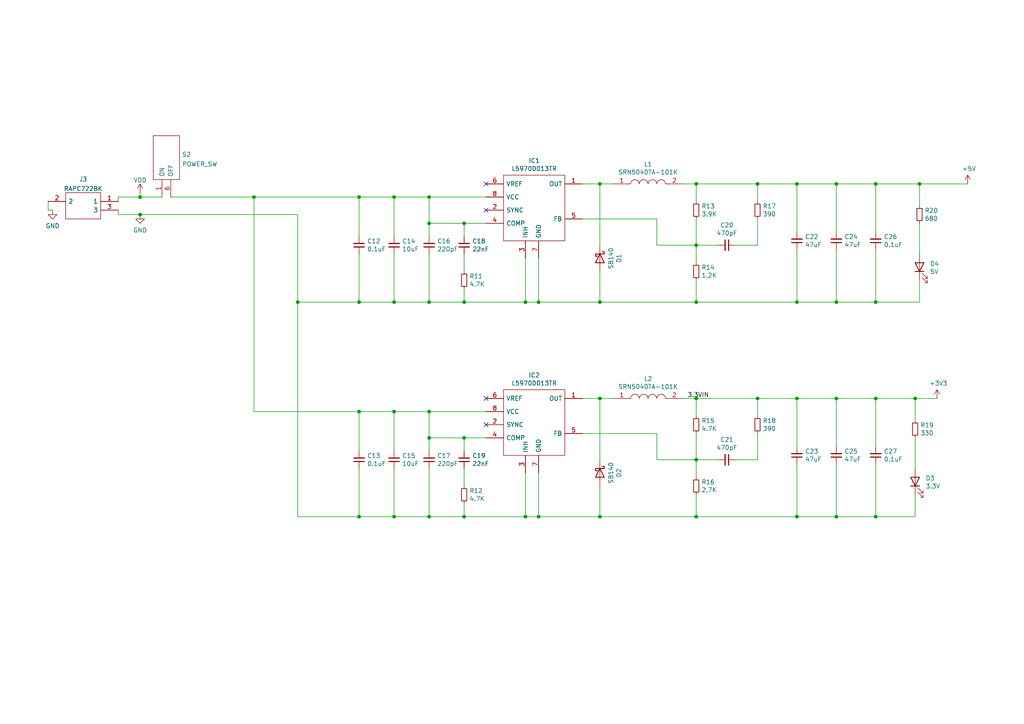
<source format=kicad_sch>
(kicad_sch (version 20230121) (generator eeschema)
  (paper "A4")
  (lib_symbols
    (symbol "Device:C_Small" (pin_numbers hide) (pin_names (offset 0.254) hide)
      (property "Reference" "C" (at 0.254 1.778 0))
      (property "Value" "C_Small" (at 0.254 -2.032 0))
      (symbol "C_Small_0_1"
        (polyline (pts (xy -1.524 -0.508) (xy 1.524 -0.508)) (stroke (width 0.3302)))
        (polyline (pts (xy -1.524 0.508) (xy 1.524 0.508)) (stroke (width 0.3048)))
      )
      (symbol "C_Small_1_1"
        (pin passive line (at 0 2.54 270) (length 2.032) (name "~") (number "1"))
        (pin passive line (at 0 -2.54 90) (length 2.032) (name "~") (number "2"))
      )
    )
    (symbol "Device:LED" (pin_numbers hide) (pin_names (offset 1.016) hide)
      (property "Reference" "D" (at 0 2.54 0))
      (property "Value" "LED" (at 0 -2.54 0))
      (symbol "LED_0_1"
        (polyline (pts (xy -1.27 -1.27) (xy -1.27 1.27)) (stroke (width 0.254)))
        (polyline (pts (xy -1.27 0) (xy 1.27 0)))
        (polyline (pts (xy 1.27 -1.27) (xy 1.27 1.27) (xy -1.27 0) (xy 1.27 -1.27)) (stroke (width 0.254)))
        (polyline (pts (xy -3.048 -0.762) (xy -4.572 -2.286) (xy -3.81 -2.286) (xy -4.572 -2.286) (xy -4.572 -1.524)))
        (polyline (pts (xy -1.778 -0.762) (xy -3.302 -2.286) (xy -2.54 -2.286) (xy -3.302 -2.286) (xy -3.302 -1.524)))
      )
      (symbol "LED_1_1"
        (pin passive line (at -3.81 0 0) (length 2.54) (name "K") (number "1"))
        (pin passive line (at 3.81 0 180) (length 2.54) (name "A") (number "2"))
      )
    )
    (symbol "Device:R_Small" (pin_numbers hide) (pin_names (offset 0.254) hide)
      (property "Reference" "R" (at 0.762 0.508 0))
      (property "Value" "R_Small" (at 0.762 -1.016 0))
      (symbol "R_Small_0_1"
        (rectangle (start -0.762 1.778) (end 0.762 -1.778) (stroke (width 0.2032)))
      )
      (symbol "R_Small_1_1"
        (pin passive line (at 0 2.54 270) (length 0.762) (name "~") (number "1"))
        (pin passive line (at 0 -2.54 90) (length 0.762) (name "~") (number "2"))
      )
    )
    (symbol "Diode:SB140" (pin_numbers hide) (pin_names (offset 1.016) hide)
      (property "Reference" "D" (at 0 2.54 0))
      (property "Value" "SB140" (at 0 -2.54 0))
      (symbol "SB140_0_1"
        (polyline (pts (xy 1.27 0) (xy -1.27 0)))
        (polyline (pts (xy 1.27 1.27) (xy 1.27 -1.27) (xy -1.27 0) (xy 1.27 1.27)) (stroke (width 0.254)))
        (polyline (pts (xy -1.905 0.635) (xy -1.905 1.27) (xy -1.27 1.27) (xy -1.27 -1.27) (xy -0.635 -1.27) (xy -0.635 -0.635)) (stroke (width 0.254)))
      )
      (symbol "SB140_1_1"
        (pin passive line (at -3.81 0 0) (length 2.54) (name "K") (number "1"))
        (pin passive line (at 3.81 0 180) (length 2.54) (name "A") (number "2"))
      )
    )
    (symbol "custom:GPTS203212B" (pin_names (offset 0.762))
      (property "Reference" "S" (at 19.05 7.62 0))
      (property "Value" "GPTS203212B" (at 19.05 5.08 0))
      (symbol "GPTS203212B_0_0"
        (pin passive line (at 0 0 0) (length 5.08) (name "ON") (number "1"))
        (pin passive line (at 0 -2.54 0) (length 5.08) (name "OFF") (number "6"))
      )
      (symbol "GPTS203212B_0_1"
        (polyline (pts (xy 5.08 2.54) (xy 17.78 2.54) (xy 17.78 -5.08) (xy 5.08 -5.08) (xy 5.08 2.54)) (stroke (width 0.1524)))
      )
    )
    (symbol "custom:L5970D013TR" (pin_names (offset 0.762))
      (property "Reference" "IC" (at 24.13 7.62 0))
      (property "Value" "L5970D013TR" (at 24.13 5.08 0))
      (symbol "L5970D013TR_0_0"
        (pin output line (at 27.94 2.54 180) (length 5.08) (name "OUT") (number "1"))
        (pin input line (at 0 -5.08 0) (length 5.08) (name "SYNC") (number "2"))
        (pin input line (at 11.43 -19.05 90) (length 5.08) (name "INH") (number "3"))
        (pin output line (at 0 -8.89 0) (length 5.08) (name "COMP") (number "4"))
        (pin input line (at 27.94 -7.62 180) (length 5.08) (name "FB") (number "5"))
        (pin power_in line (at 0 2.54 0) (length 5.08) (name "VREF") (number "6"))
        (pin power_in line (at 15.24 -19.05 90) (length 5.08) (name "GND") (number "7"))
        (pin power_in line (at 0 -1.27 0) (length 5.08) (name "VCC") (number "8"))
      )
      (symbol "L5970D013TR_0_1"
        (polyline (pts (xy 5.08 5.08) (xy 22.86 5.08) (xy 22.86 -13.97) (xy 5.08 -13.97) (xy 5.08 2.54)) (stroke (width 0.1524)))
        (rectangle (start 5.08 5.08) (end 5.08 2.54))
      )
    )
    (symbol "custom:RAPC722BK" (pin_names (offset 0.762))
      (property "Reference" "J" (at 16.51 7.62 0))
      (property "Value" "RAPC722BK" (at 16.51 5.08 0))
      (symbol "RAPC722BK_0_0"
        (pin passive line (at 0 0 0) (length 5.08) (name "1") (number "1"))
        (pin passive line (at 20.32 0 180) (length 5.08) (name "2") (number "2"))
        (pin passive line (at 0 -2.54 0) (length 5.08) (name "3") (number "3"))
      )
      (symbol "RAPC722BK_0_1"
        (polyline (pts (xy 5.08 2.54) (xy 15.24 2.54) (xy 15.24 -5.08) (xy 5.08 -5.08) (xy 5.08 2.54)) (stroke (width 0.1524)))
      )
    )
    (symbol "custom:SRN5040TA-101K" (pin_names (offset 0.762))
      (property "Reference" "L" (at 16.51 6.35 0))
      (property "Value" "SRN5040TA-101K" (at 16.51 3.81 0))
      (symbol "SRN5040TA-101K_0_0"
        (pin passive line (at 0 0 0) (length 5.08) (name "~") (number "1"))
        (pin passive line (at 20.32 0 180) (length 5.08) (name "~") (number "2"))
      )
      (symbol "SRN5040TA-101K_0_1"
        (arc (start 7.62 0) (mid 6.35 1.2202) (end 5.08 0) (stroke (width 0.1524)))
        (arc (start 10.16 0) (mid 8.89 1.2202) (end 7.62 0) (stroke (width 0.1524)))
        (arc (start 12.7 0) (mid 11.43 1.2202) (end 10.16 0) (stroke (width 0.1524)))
        (arc (start 15.24 0) (mid 13.97 1.2202) (end 12.7 0) (stroke (width 0.1524)))
      )
    )
    (symbol "power:+3.3V" (power) (pin_names (offset 0))
      (property "Value" "+3.3V" (at 0 3.556 0))
      (symbol "+3.3V_0_1"
        (polyline (pts (xy -0.762 1.27) (xy 0 2.54)))
        (polyline (pts (xy 0 0) (xy 0 2.54)))
        (polyline (pts (xy 0 2.54) (xy 0.762 1.27)))
      )
      (symbol "+3.3V_1_1"
        (pin power_in line (at 0 0 90) (length 0) hide (name "+3V3") (number "1"))
      )
    )
    (symbol "power:+5V" (power) (pin_names (offset 0))
      (property "Value" "+5V" (at 0 3.556 0))
      (symbol "+5V_0_1"
        (polyline (pts (xy -0.762 1.27) (xy 0 2.54)))
        (polyline (pts (xy 0 0) (xy 0 2.54)))
        (polyline (pts (xy 0 2.54) (xy 0.762 1.27)))
      )
      (symbol "+5V_1_1"
        (pin power_in line (at 0 0 90) (length 0) hide (name "+5V") (number "1"))
      )
    )
    (symbol "power:GND" (power) (pin_names (offset 0))
      (property "Value" "GND" (at 0 -3.81 0))
      (symbol "GND_0_1"
        (polyline (pts (xy 0 0) (xy 0 -1.27) (xy 1.27 -1.27) (xy 0 -2.54) (xy -1.27 -1.27) (xy 0 -1.27)))
      )
      (symbol "GND_1_1"
        (pin power_in line (at 0 0 270) (length 0) hide (name "GND") (number "1"))
      )
    )
    (symbol "power:VDD" (power) (pin_names (offset 0))
      (property "Value" "VDD" (at 0 3.81 0))
      (symbol "VDD_0_1"
        (polyline (pts (xy -0.762 1.27) (xy 0 2.54)))
        (polyline (pts (xy 0 0) (xy 0 2.54)))
        (polyline (pts (xy 0 2.54) (xy 0.762 1.27)))
      )
      (symbol "VDD_1_1"
        (pin power_in line (at 0 0 90) (length 0) hide (name "VDD") (number "1"))
      )
    )
  )
  (junction (at 73.66 57.15))
  (junction (at 231.14 53.34))
  (junction (at 156.21 87.63))
  (junction (at 201.93 87.63))
  (junction (at 201.93 149.86))
  (junction (at 173.99 149.86))
  (junction (at 254 115.57))
  (junction (at 242.57 53.34))
  (junction (at 124.46 87.63))
  (junction (at 201.93 133.35))
  (junction (at 219.71 115.57))
  (junction (at 265.43 115.57))
  (junction (at 104.14 149.86))
  (junction (at 201.93 53.34))
  (junction (at 201.93 115.57))
  (junction (at 254 149.86))
  (junction (at 40.64 57.15))
  (junction (at 231.14 115.57))
  (junction (at 124.46 149.86))
  (junction (at 124.46 64.77))
  (junction (at 242.57 87.63))
  (junction (at 104.14 119.38))
  (junction (at 134.62 149.86))
  (junction (at 219.71 53.34))
  (junction (at 254 87.63))
  (junction (at 152.4 149.86))
  (junction (at 173.99 115.57))
  (junction (at 242.57 149.86))
  (junction (at 104.14 87.63))
  (junction (at 86.36 87.63))
  (junction (at 231.14 149.86))
  (junction (at 152.4 87.63))
  (junction (at 114.3 149.86))
  (junction (at 242.57 115.57))
  (junction (at 134.62 64.77))
  (junction (at 156.21 149.86))
  (junction (at 134.62 127))
  (junction (at 266.7 53.34))
  (junction (at 114.3 87.63))
  (junction (at 104.14 57.15))
  (junction (at 173.99 87.63))
  (junction (at 254 53.34))
  (junction (at 124.46 119.38))
  (junction (at 114.3 57.15))
  (junction (at 231.14 87.63))
  (junction (at 134.62 87.63))
  (junction (at 114.3 119.38))
  (junction (at 40.64 62.23))
  (junction (at 124.46 127))
  (junction (at 201.93 71.12))
  (junction (at 124.46 57.15))
  (junction (at 173.99 53.34))
  (no_connect (at 140.97 115.57))
  (no_connect (at 140.97 53.34))
  (no_connect (at 140.97 123.19))
  (no_connect (at 140.97 60.96))
  (wire (pts (xy 201.93 63.5) (xy 201.93 71.12)))
  (wire (pts (xy 190.5 133.35) (xy 201.93 133.35)))
  (wire (pts (xy 104.14 130.81) (xy 104.14 119.38)))
  (wire (pts (xy 152.4 87.63) (xy 156.21 87.63)))
  (wire (pts (xy 242.57 149.86) (xy 254 149.86)))
  (wire (pts (xy 104.14 135.89) (xy 104.14 149.86)))
  (wire (pts (xy 231.14 129.54) (xy 231.14 115.57)))
  (wire (pts (xy 201.93 149.86) (xy 231.14 149.86)))
  (wire (pts (xy 34.29 57.15) (xy 34.29 58.42)))
  (wire (pts (xy 134.62 130.81) (xy 134.62 127)))
  (wire (pts (xy 114.3 68.58) (xy 114.3 57.15)))
  (wire (pts (xy 156.21 87.63) (xy 173.99 87.63)))
  (wire (pts (xy 201.93 71.12) (xy 201.93 76.2)))
  (wire (pts (xy 201.93 120.65) (xy 201.93 115.57)))
  (wire (pts (xy 254 87.63) (xy 266.7 87.63)))
  (wire (pts (xy 156.21 149.86) (xy 173.99 149.86)))
  (wire (pts (xy 208.28 133.35) (xy 201.93 133.35)))
  (wire (pts (xy 254 149.86) (xy 265.43 149.86)))
  (wire (pts (xy 173.99 149.86) (xy 201.93 149.86)))
  (wire (pts (xy 173.99 140.97) (xy 173.99 149.86)))
  (wire (pts (xy 254 129.54) (xy 254 115.57)))
  (wire (pts (xy 265.43 143.51) (xy 265.43 149.86)))
  (wire (pts (xy 231.14 72.39) (xy 231.14 87.63)))
  (wire (pts (xy 104.14 73.66) (xy 104.14 87.63)))
  (wire (pts (xy 254 72.39) (xy 254 87.63)))
  (wire (pts (xy 254 67.31) (xy 254 53.34)))
  (wire (pts (xy 201.93 87.63) (xy 231.14 87.63)))
  (wire (pts (xy 173.99 53.34) (xy 177.8 53.34)))
  (wire (pts (xy 156.21 137.16) (xy 156.21 149.86)))
  (wire (pts (xy 124.46 135.89) (xy 124.46 149.86)))
  (wire (pts (xy 114.3 119.38) (xy 124.46 119.38)))
  (wire (pts (xy 40.64 62.23) (xy 86.36 62.23)))
  (wire (pts (xy 231.14 115.57) (xy 242.57 115.57)))
  (wire (pts (xy 134.62 149.86) (xy 152.4 149.86)))
  (wire (pts (xy 190.5 63.5) (xy 190.5 71.12)))
  (wire (pts (xy 104.14 68.58) (xy 104.14 57.15)))
  (wire (pts (xy 40.64 57.15) (xy 46.99 57.15)))
  (wire (pts (xy 201.93 81.28) (xy 201.93 87.63)))
  (wire (pts (xy 173.99 87.63) (xy 201.93 87.63)))
  (wire (pts (xy 134.62 83.82) (xy 134.62 87.63)))
  (wire (pts (xy 40.64 55.88) (xy 40.64 57.15)))
  (wire (pts (xy 219.71 71.12) (xy 219.71 63.5)))
  (wire (pts (xy 114.3 130.81) (xy 114.3 119.38)))
  (wire (pts (xy 219.71 53.34) (xy 231.14 53.34)))
  (wire (pts (xy 104.14 57.15) (xy 114.3 57.15)))
  (wire (pts (xy 13.97 58.42) (xy 13.97 60.96)))
  (wire (pts (xy 134.62 87.63) (xy 152.4 87.63)))
  (wire (pts (xy 201.93 53.34) (xy 219.71 53.34)))
  (wire (pts (xy 231.14 87.63) (xy 242.57 87.63)))
  (wire (pts (xy 104.14 87.63) (xy 114.3 87.63)))
  (wire (pts (xy 266.7 53.34) (xy 280.67 53.34)))
  (wire (pts (xy 265.43 127) (xy 265.43 135.89)))
  (wire (pts (xy 124.46 64.77) (xy 124.46 68.58)))
  (wire (pts (xy 134.62 146.05) (xy 134.62 149.86)))
  (wire (pts (xy 86.36 87.63) (xy 86.36 149.86)))
  (wire (pts (xy 49.53 57.15) (xy 73.66 57.15)))
  (wire (pts (xy 266.7 59.69) (xy 266.7 53.34)))
  (wire (pts (xy 231.14 67.31) (xy 231.14 53.34)))
  (wire (pts (xy 190.5 71.12) (xy 201.93 71.12)))
  (wire (pts (xy 213.36 71.12) (xy 219.71 71.12)))
  (wire (pts (xy 168.91 53.34) (xy 173.99 53.34)))
  (wire (pts (xy 231.14 53.34) (xy 242.57 53.34)))
  (wire (pts (xy 34.29 60.96) (xy 34.29 62.23)))
  (wire (pts (xy 86.36 62.23) (xy 86.36 87.63)))
  (wire (pts (xy 73.66 57.15) (xy 104.14 57.15)))
  (wire (pts (xy 219.71 58.42) (xy 219.71 53.34)))
  (wire (pts (xy 242.57 115.57) (xy 254 115.57)))
  (wire (pts (xy 213.36 133.35) (xy 219.71 133.35)))
  (wire (pts (xy 73.66 57.15) (xy 73.66 119.38)))
  (wire (pts (xy 231.14 134.62) (xy 231.14 149.86)))
  (wire (pts (xy 114.3 57.15) (xy 124.46 57.15)))
  (wire (pts (xy 201.93 115.57) (xy 219.71 115.57)))
  (wire (pts (xy 124.46 57.15) (xy 124.46 64.77)))
  (wire (pts (xy 152.4 149.86) (xy 156.21 149.86)))
  (wire (pts (xy 86.36 87.63) (xy 104.14 87.63)))
  (wire (pts (xy 266.7 81.28) (xy 266.7 87.63)))
  (wire (pts (xy 114.3 87.63) (xy 124.46 87.63)))
  (wire (pts (xy 173.99 133.35) (xy 173.99 115.57)))
  (wire (pts (xy 152.4 74.93) (xy 152.4 87.63)))
  (wire (pts (xy 266.7 64.77) (xy 266.7 73.66)))
  (wire (pts (xy 168.91 63.5) (xy 190.5 63.5)))
  (wire (pts (xy 134.62 64.77) (xy 124.46 64.77)))
  (wire (pts (xy 242.57 134.62) (xy 242.57 149.86)))
  (wire (pts (xy 265.43 121.92) (xy 265.43 115.57)))
  (wire (pts (xy 254 134.62) (xy 254 149.86)))
  (wire (pts (xy 242.57 53.34) (xy 254 53.34)))
  (wire (pts (xy 152.4 137.16) (xy 152.4 149.86)))
  (wire (pts (xy 242.57 87.63) (xy 254 87.63)))
  (wire (pts (xy 254 115.57) (xy 265.43 115.57)))
  (wire (pts (xy 201.93 143.51) (xy 201.93 149.86)))
  (wire (pts (xy 201.93 133.35) (xy 201.93 138.43)))
  (wire (pts (xy 124.46 127) (xy 124.46 119.38)))
  (wire (pts (xy 231.14 149.86) (xy 242.57 149.86)))
  (wire (pts (xy 73.66 119.38) (xy 104.14 119.38)))
  (wire (pts (xy 168.91 125.73) (xy 190.5 125.73)))
  (wire (pts (xy 208.28 71.12) (xy 201.93 71.12)))
  (wire (pts (xy 124.46 87.63) (xy 134.62 87.63)))
  (wire (pts (xy 156.21 74.93) (xy 156.21 87.63)))
  (wire (pts (xy 134.62 127) (xy 140.97 127)))
  (wire (pts (xy 124.46 73.66) (xy 124.46 87.63)))
  (wire (pts (xy 13.97 60.96) (xy 15.24 60.96)))
  (wire (pts (xy 190.5 125.73) (xy 190.5 133.35)))
  (wire (pts (xy 104.14 119.38) (xy 114.3 119.38)))
  (wire (pts (xy 124.46 130.81) (xy 124.46 127)))
  (wire (pts (xy 198.12 115.57) (xy 201.93 115.57)))
  (wire (pts (xy 34.29 57.15) (xy 40.64 57.15)))
  (wire (pts (xy 242.57 129.54) (xy 242.57 115.57)))
  (wire (pts (xy 265.43 115.57) (xy 271.78 115.57)))
  (wire (pts (xy 134.62 78.74) (xy 134.62 73.66)))
  (wire (pts (xy 124.46 119.38) (xy 140.97 119.38)))
  (wire (pts (xy 242.57 72.39) (xy 242.57 87.63)))
  (wire (pts (xy 219.71 115.57) (xy 231.14 115.57)))
  (wire (pts (xy 242.57 67.31) (xy 242.57 53.34)))
  (wire (pts (xy 219.71 133.35) (xy 219.71 125.73)))
  (wire (pts (xy 140.97 64.77) (xy 134.62 64.77)))
  (wire (pts (xy 134.62 140.97) (xy 134.62 135.89)))
  (wire (pts (xy 34.29 62.23) (xy 40.64 62.23)))
  (wire (pts (xy 198.12 53.34) (xy 201.93 53.34)))
  (wire (pts (xy 114.3 135.89) (xy 114.3 149.86)))
  (wire (pts (xy 254 53.34) (xy 266.7 53.34)))
  (wire (pts (xy 134.62 127) (xy 124.46 127)))
  (wire (pts (xy 219.71 120.65) (xy 219.71 115.57)))
  (wire (pts (xy 134.62 68.58) (xy 134.62 64.77)))
  (wire (pts (xy 124.46 57.15) (xy 140.97 57.15)))
  (wire (pts (xy 114.3 149.86) (xy 124.46 149.86)))
  (wire (pts (xy 168.91 115.57) (xy 173.99 115.57)))
  (wire (pts (xy 86.36 149.86) (xy 104.14 149.86)))
  (wire (pts (xy 173.99 115.57) (xy 177.8 115.57)))
  (wire (pts (xy 124.46 149.86) (xy 134.62 149.86)))
  (wire (pts (xy 201.93 125.73) (xy 201.93 133.35)))
  (wire (pts (xy 201.93 58.42) (xy 201.93 53.34)))
  (wire (pts (xy 173.99 71.12) (xy 173.99 53.34)))
  (wire (pts (xy 114.3 73.66) (xy 114.3 87.63)))
  (wire (pts (xy 173.99 78.74) (xy 173.99 87.63)))
  (wire (pts (xy 104.14 149.86) (xy 114.3 149.86)))
  (label "3.3VIN" (at 199.39 115.57 0))
  (symbol (lib_id "Diode:SB140") (at 173.99 74.93 270) (unit 1)
    (property "Reference" "D1" (at 179.5018 74.93 0))
    (property "Value" "SB140" (at 177.1904 74.93 0))
    (property "Footprint" "Diode_SMD:D_1206_3216Metric_Pad1.42x1.75mm_HandSolder" (effects hide))
    (property "Datasheet" "http://www.diodes.com/_files/datasheets/ds23022.pdf" (effects hide))
  )
  (symbol (lib_id "custom:SRN5040TA-101K") (at 177.8 53.34 0) (unit 1)
    (property "Reference" "L1" (at 187.96 47.625 0))
    (property "Value" "SRN5040TA-101K" (at 187.96 49.9364 0))
    (property "Footprint" "raven68k-rev1:SRN5040TA101K" (effects hide))
    (property "Datasheet" "https://www.bourns.com/docs/product-datasheets/SRN5040TA.pdf" (effects hide))
    (property "Description" "Inductor SMD 4.95x4.95x3.8mm 100uH 0.72A" (effects hide))
    (property "Height" "4.1" (effects hide))
    (property "Manufacturer_Name" "Bourns" (effects hide))
    (property "Manufacturer_Part_Number" "SRN5040TA-101K" (effects hide))
    (property "Mouser Part Number" "652-SRN5040TA-101K" (effects hide))
    (property "Mouser Price/Stock" "https://www.mouser.co.uk/ProductDetail/Bourns/SRN5040TA-101K?qs=qSfuJ%252Bfl%2Fd6IGmzq6oDX8Q%3D%3D" (effects hide))
    (property "Arrow Part Number" "SRN5040TA-101K" (effects hide))
    (property "Arrow Price/Stock" "https://www.arrow.com/en/products/srn5040ta-101k/bourns?region=nac" (effects hide))
  )
  (symbol (lib_id "custom:L5970D013TR") (at 140.97 55.88 0) (unit 1)
    (property "Reference" "IC1" (at 154.94 46.609 0))
    (property "Value" "L5970D013TR" (at 154.94 48.9204 0))
    (property "Footprint" "Package_SO:SO-8_5.3x6.2mm_P1.27mm" (effects hide))
    (property "Datasheet" "http://www.st.com/st-web-ui/static/active/en/resource/technical/document/datasheet/CD00002173.pdf" (effects hide))
    (property "Description" "L5970D013TR, Switching Regulator, Buck Controller, 1A, Adjustable, 275 kHz, 8-Pin SO" (effects hide))
    (property "Height" "1.75" (effects hide))
    (property "Manufacturer_Name" "STMicroelectronics" (effects hide))
    (property "Manufacturer_Part_Number" "L5970D013TR" (effects hide))
    (property "Mouser Part Number" "511-L5970D013TR" (effects hide))
    (property "Mouser Price/Stock" "https://www.mouser.co.uk/ProductDetail/STMicroelectronics/L5970D013TR?qs=5tMLENPDcJtqb%2FYZ5i8kRw%3D%3D" (effects hide))
    (property "Arrow Part Number" "L5970D013TR" (effects hide))
    (property "Arrow Price/Stock" "https://www.arrow.com/en/products/l5970d013tr/stmicroelectronics" (effects hide))
  )
  (symbol (lib_id "Device:R_Small") (at 201.93 60.96 0) (unit 1)
    (property "Reference" "R13" (at 203.4286 59.7916 0) (effects (justify left)))
    (property "Value" "3.9K" (at 203.4286 62.103 0) (effects (justify left)))
    (property "Footprint" "Resistor_SMD:R_1206_3216Metric_Pad1.30x1.75mm_HandSolder" (effects hide))
  )
  (symbol (lib_id "Device:R_Small") (at 201.93 78.74 0) (unit 1)
    (property "Reference" "R14" (at 203.4286 77.5716 0) (effects (justify left)))
    (property "Value" "1.2K" (at 203.4286 79.883 0) (effects (justify left)))
    (property "Footprint" "Resistor_SMD:R_1206_3216Metric_Pad1.30x1.75mm_HandSolder" (effects hide))
  )
  (symbol (lib_id "Device:C_Small") (at 210.82 71.12 270) (unit 1)
    (property "Reference" "C20" (at 210.82 65.3034 90))
    (property "Value" "470pF" (at 210.82 67.6148 90))
    (property "Footprint" "Capacitor_SMD:C_1206_3216Metric_Pad1.33x1.80mm_HandSolder" (effects hide))
    (property "LCSC" "C1868" (effects hide))
  )
  (symbol (lib_id "Device:R_Small") (at 219.71 60.96 0) (unit 1)
    (property "Reference" "R17" (at 221.2086 59.7916 0) (effects (justify left)))
    (property "Value" "390" (at 221.2086 62.103 0) (effects (justify left)))
    (property "Footprint" "Resistor_SMD:R_1206_3216Metric_Pad1.30x1.75mm_HandSolder" (effects hide))
  )
  (symbol (lib_id "Device:C_Small") (at 231.14 69.85 180) (unit 1)
    (property "Reference" "C22" (at 233.4768 68.6816 0) (effects (justify right)))
    (property "Value" "47uF" (at 233.4768 70.993 0) (effects (justify right)))
    (property "Footprint" "Capacitor_SMD:C_1206_3216Metric_Pad1.33x1.80mm_HandSolder" (effects hide))
  )
  (symbol (lib_id "Device:C_Small") (at 242.57 69.85 180) (unit 1)
    (property "Reference" "C24" (at 244.9068 68.6816 0) (effects (justify right)))
    (property "Value" "47uF" (at 244.9068 70.993 0) (effects (justify right)))
    (property "Footprint" "Capacitor_SMD:C_1206_3216Metric_Pad1.33x1.80mm_HandSolder" (effects hide))
  )
  (symbol (lib_id "Device:C_Small") (at 254 69.85 180) (unit 1)
    (property "Reference" "C26" (at 256.3368 68.6816 0) (effects (justify right)))
    (property "Value" "0.1uF" (at 256.3368 70.993 0) (effects (justify right)))
    (property "Footprint" "Capacitor_SMD:C_1206_3216Metric_Pad1.33x1.80mm_HandSolder" (effects hide))
    (property "LCSC" "C24497" (effects hide))
  )
  (symbol (lib_id "Device:R_Small") (at 266.7 62.23 0) (unit 1)
    (property "Reference" "R20" (at 268.1986 61.0616 0) (effects (justify left)))
    (property "Value" "680" (at 268.1986 63.373 0) (effects (justify left)))
    (property "Footprint" "Resistor_SMD:R_1206_3216Metric_Pad1.30x1.75mm_HandSolder" (effects hide))
  )
  (symbol (lib_id "Device:LED") (at 266.7 77.47 90) (unit 1)
    (property "Reference" "D4" (at 269.6972 76.4794 90) (effects (justify right)))
    (property "Value" "5V" (at 269.6972 78.7908 90) (effects (justify right)))
    (property "Footprint" "LED_THT:LED_D3.0mm" (effects hide))
  )
  (symbol (lib_id "Device:C_Small") (at 104.14 71.12 180) (unit 1)
    (property "Reference" "C12" (at 106.4768 69.9516 0) (effects (justify right)))
    (property "Value" "0.1uF" (at 106.4768 72.263 0) (effects (justify right)))
    (property "Footprint" "Capacitor_SMD:C_1206_3216Metric_Pad1.33x1.80mm_HandSolder" (effects hide))
    (property "LCSC" "C24497" (effects hide))
  )
  (symbol (lib_id "Device:C_Small") (at 114.3 71.12 180) (unit 1)
    (property "Reference" "C14" (at 116.6368 69.9516 0) (effects (justify right)))
    (property "Value" "10uF" (at 116.6368 72.263 0) (effects (justify right)))
    (property "Footprint" "Capacitor_SMD:C_1206_3216Metric_Pad1.33x1.80mm_HandSolder" (effects hide))
    (property "LCSC" "C13585" (effects hide))
  )
  (symbol (lib_id "Device:C_Small") (at 124.46 71.12 180) (unit 1)
    (property "Reference" "C16" (at 126.7968 69.9516 0) (effects (justify right)))
    (property "Value" "220pF" (at 126.7968 72.263 0) (effects (justify right)))
    (property "Footprint" "Capacitor_SMD:C_1206_3216Metric_Pad1.33x1.80mm_HandSolder" (effects hide))
    (property "LCSC" "C1854" (effects hide))
  )
  (symbol (lib_id "Device:C_Small") (at 134.62 71.12 180) (unit 1)
    (property "Reference" "C18" (at 136.9568 69.9516 0) (effects (justify right)))
    (property "Value" "22nF" (at 136.9568 72.263 0) (effects (justify right)))
    (property "Footprint" "Capacitor_SMD:C_1206_3216Metric_Pad1.33x1.80mm_HandSolder" (effects hide))
    (property "LCSC" "C97929" (effects hide))
  )
  (symbol (lib_id "Device:R_Small") (at 134.62 81.28 0) (unit 1)
    (property "Reference" "R11" (at 136.1186 80.1116 0) (effects (justify left)))
    (property "Value" "4.7K" (at 136.1186 82.423 0) (effects (justify left)))
    (property "Footprint" "Resistor_SMD:R_1206_3216Metric_Pad1.30x1.75mm_HandSolder" (effects hide))
    (property "LCSC" "C17936" (effects hide))
  )
  (symbol (lib_id "Diode:SB140") (at 173.99 137.16 270) (unit 1)
    (property "Reference" "D2" (at 179.5018 137.16 0))
    (property "Value" "SB140" (at 177.1904 137.16 0))
    (property "Footprint" "Diode_SMD:D_1206_3216Metric_Pad1.42x1.75mm_HandSolder" (effects hide))
    (property "Datasheet" "http://www.diodes.com/_files/datasheets/ds23022.pdf" (effects hide))
  )
  (symbol (lib_id "custom:SRN5040TA-101K") (at 177.8 115.57 0) (unit 1)
    (property "Reference" "L2" (at 187.96 109.855 0))
    (property "Value" "SRN5040TA-101K" (at 187.96 112.1664 0))
    (property "Footprint" "raven68k-rev1:SRN5040TA101K" (effects hide))
    (property "Datasheet" "https://www.bourns.com/docs/product-datasheets/SRN5040TA.pdf" (effects hide))
    (property "Description" "Inductor SMD 4.95x4.95x3.8mm 100uH 0.72A" (effects hide))
    (property "Height" "4.1" (effects hide))
    (property "Manufacturer_Name" "Bourns" (effects hide))
    (property "Manufacturer_Part_Number" "SRN5040TA-101K" (effects hide))
    (property "Mouser Part Number" "652-SRN5040TA-101K" (effects hide))
    (property "Mouser Price/Stock" "https://www.mouser.co.uk/ProductDetail/Bourns/SRN5040TA-101K?qs=qSfuJ%252Bfl%2Fd6IGmzq6oDX8Q%3D%3D" (effects hide))
    (property "Arrow Part Number" "SRN5040TA-101K" (effects hide))
    (property "Arrow Price/Stock" "https://www.arrow.com/en/products/srn5040ta-101k/bourns?region=nac" (effects hide))
  )
  (symbol (lib_id "custom:L5970D013TR") (at 140.97 118.11 0) (unit 1)
    (property "Reference" "IC2" (at 154.94 108.839 0))
    (property "Value" "L5970D013TR" (at 154.94 111.1504 0))
    (property "Footprint" "Package_SO:SO-8_5.3x6.2mm_P1.27mm" (effects hide))
    (property "Datasheet" "http://www.st.com/st-web-ui/static/active/en/resource/technical/document/datasheet/CD00002173.pdf" (effects hide))
    (property "Description" "L5970D013TR, Switching Regulator, Buck Controller, 1A, Adjustable, 275 kHz, 8-Pin SO" (effects hide))
    (property "Height" "1.75" (effects hide))
    (property "Manufacturer_Name" "STMicroelectronics" (effects hide))
    (property "Manufacturer_Part_Number" "L5970D013TR" (effects hide))
    (property "Mouser Part Number" "511-L5970D013TR" (effects hide))
    (property "Mouser Price/Stock" "https://www.mouser.co.uk/ProductDetail/STMicroelectronics/L5970D013TR?qs=5tMLENPDcJtqb%2FYZ5i8kRw%3D%3D" (effects hide))
    (property "Arrow Part Number" "L5970D013TR" (effects hide))
    (property "Arrow Price/Stock" "https://www.arrow.com/en/products/l5970d013tr/stmicroelectronics" (effects hide))
  )
  (symbol (lib_id "Device:R_Small") (at 201.93 123.19 0) (unit 1)
    (property "Reference" "R15" (at 203.4286 122.0216 0) (effects (justify left)))
    (property "Value" "4.7K" (at 203.4286 124.333 0) (effects (justify left)))
    (property "Footprint" "Resistor_SMD:R_1206_3216Metric_Pad1.30x1.75mm_HandSolder" (effects hide))
  )
  (symbol (lib_id "Device:R_Small") (at 201.93 140.97 0) (unit 1)
    (property "Reference" "R16" (at 203.4286 139.8016 0) (effects (justify left)))
    (property "Value" "2.7K" (at 203.4286 142.113 0) (effects (justify left)))
    (property "Footprint" "Resistor_SMD:R_1206_3216Metric_Pad1.30x1.75mm_HandSolder" (effects hide))
  )
  (symbol (lib_id "Device:C_Small") (at 210.82 133.35 270) (unit 1)
    (property "Reference" "C21" (at 210.82 127.5334 90))
    (property "Value" "470pF" (at 210.82 129.8448 90))
    (property "Footprint" "Capacitor_SMD:C_1206_3216Metric_Pad1.33x1.80mm_HandSolder" (effects hide))
    (property "LCSC" "C1868" (effects hide))
  )
  (symbol (lib_id "Device:R_Small") (at 219.71 123.19 0) (unit 1)
    (property "Reference" "R18" (at 221.2086 122.0216 0) (effects (justify left)))
    (property "Value" "390" (at 221.2086 124.333 0) (effects (justify left)))
    (property "Footprint" "Resistor_SMD:R_1206_3216Metric_Pad1.30x1.75mm_HandSolder" (effects hide))
  )
  (symbol (lib_id "Device:C_Small") (at 231.14 132.08 180) (unit 1)
    (property "Reference" "C23" (at 233.4768 130.9116 0) (effects (justify right)))
    (property "Value" "47uF" (at 233.4768 133.223 0) (effects (justify right)))
    (property "Footprint" "Capacitor_SMD:C_1206_3216Metric_Pad1.33x1.80mm_HandSolder" (effects hide))
  )
  (symbol (lib_id "Device:C_Small") (at 242.57 132.08 180) (unit 1)
    (property "Reference" "C25" (at 244.9068 130.9116 0) (effects (justify right)))
    (property "Value" "47uF" (at 244.9068 133.223 0) (effects (justify right)))
    (property "Footprint" "Capacitor_SMD:C_1206_3216Metric_Pad1.33x1.80mm_HandSolder" (effects hide))
  )
  (symbol (lib_id "Device:C_Small") (at 254 132.08 180) (unit 1)
    (property "Reference" "C27" (at 256.3368 130.9116 0) (effects (justify right)))
    (property "Value" "0.1uF" (at 256.3368 133.223 0) (effects (justify right)))
    (property "Footprint" "Capacitor_SMD:C_1206_3216Metric_Pad1.33x1.80mm_HandSolder" (effects hide))
    (property "LCSC" "C24497" (effects hide))
  )
  (symbol (lib_id "Device:C_Small") (at 104.14 133.35 180) (unit 1)
    (property "Reference" "C13" (at 106.4768 132.1816 0) (effects (justify right)))
    (property "Value" "0.1uF" (at 106.4768 134.493 0) (effects (justify right)))
    (property "Footprint" "Capacitor_SMD:C_1206_3216Metric_Pad1.33x1.80mm_HandSolder" (effects hide))
    (property "LCSC" "C24497" (effects hide))
  )
  (symbol (lib_id "Device:C_Small") (at 114.3 133.35 180) (unit 1)
    (property "Reference" "C15" (at 116.6368 132.1816 0) (effects (justify right)))
    (property "Value" "10uF" (at 116.6368 134.493 0) (effects (justify right)))
    (property "Footprint" "Capacitor_SMD:C_1206_3216Metric_Pad1.33x1.80mm_HandSolder" (effects hide))
    (property "LCSC" "C13585" (effects hide))
  )
  (symbol (lib_id "Device:C_Small") (at 124.46 133.35 180) (unit 1)
    (property "Reference" "C17" (at 126.7968 132.1816 0) (effects (justify right)))
    (property "Value" "220pF" (at 126.7968 134.493 0) (effects (justify right)))
    (property "Footprint" "Capacitor_SMD:C_1206_3216Metric_Pad1.33x1.80mm_HandSolder" (effects hide))
    (property "LCSC" "C1854" (effects hide))
  )
  (symbol (lib_id "Device:C_Small") (at 134.62 133.35 180) (unit 1)
    (property "Reference" "C19" (at 136.9568 132.1816 0) (effects (justify right)))
    (property "Value" "22nF" (at 136.9568 134.493 0) (effects (justify right)))
    (property "Footprint" "Capacitor_SMD:C_1206_3216Metric_Pad1.33x1.80mm_HandSolder" (effects hide))
    (property "LCSC" "C97929" (effects hide))
  )
  (symbol (lib_id "Device:R_Small") (at 134.62 143.51 0) (unit 1)
    (property "Reference" "R12" (at 136.1186 142.3416 0) (effects (justify left)))
    (property "Value" "4.7K" (at 136.1186 144.653 0) (effects (justify left)))
    (property "Footprint" "Resistor_SMD:R_1206_3216Metric_Pad1.30x1.75mm_HandSolder" (effects hide))
    (property "LCSC" "C17936" (effects hide))
  )
  (symbol (lib_id "power:+5V") (at 280.67 53.34 0) (unit 1)
    (property "Reference" "#PWR055" (effects hide))
    (property "Value" "+5V" (at 281.051 48.9458 0))
  )
  (symbol (lib_id "power:+3.3V") (at 271.78 115.57 0) (unit 1)
    (property "Reference" "#PWR054" (effects hide))
    (property "Value" "+3.3V" (at 272.161 111.1758 0))
  )
  (symbol (lib_id "Device:R_Small") (at 265.43 124.46 0) (unit 1)
    (property "Reference" "R19" (at 266.9286 123.2916 0) (effects (justify left)))
    (property "Value" "330" (at 266.9286 125.603 0) (effects (justify left)))
    (property "Footprint" "Resistor_SMD:R_1206_3216Metric_Pad1.30x1.75mm_HandSolder" (effects hide))
  )
  (symbol (lib_id "Device:LED") (at 265.43 139.7 90) (unit 1)
    (property "Reference" "D3" (at 268.4272 138.7094 90) (effects (justify right)))
    (property "Value" "3.3V" (at 268.4272 141.0208 90) (effects (justify right)))
    (property "Footprint" "LED_THT:LED_D3.0mm" (effects hide))
  )
  (symbol (lib_id "custom:RAPC722BK") (at 34.29 58.42 0) (mirror y) (unit 1)
    (property "Reference" "J3" (at 24.13 51.9643 0))
    (property "Value" "RAPC722BK" (at 24.13 54.7394 0))
    (property "Footprint" "raven68k-rev1:RAPC722BK" (effects hide))
    (property "Datasheet" "http://www.mouser.com/datasheet/2/393/rapc722x_cd-371352.pdf" (effects hide))
    (property "Description" "SWITCHCRAFT/CONXALL - RAPC722BK - CONNECTOR, DC POWER, SOCKET, 5A, THT" (effects hide))
    (property "Height" "11" (effects hide))
    (property "Manufacturer_Name" "Switchcraft" (effects hide))
    (property "Manufacturer_Part_Number" "RAPC722BK" (effects hide))
    (property "Mouser Part Number" "502-RAPC722BK" (effects hide))
    (property "Mouser Price/Stock" "https://www.mouser.co.uk/ProductDetail/Switchcraft/RAPC722BK?qs=Nl9mtr8tY%2Fsf3BOYJcSXfg%3D%3D" (effects hide))
    (property "Arrow Part Number" "RAPC722BK" (effects hide))
    (property "Arrow Price/Stock" "https://www.arrow.com/en/products/rapc722bk/switchcraft" (effects hide))
  )
  (symbol (lib_id "power:GND") (at 40.64 62.23 0) (unit 1)
    (property "Reference" "#PWR0101" (effects hide))
    (property "Value" "GND" (at 40.64 66.7925 0))
  )
  (symbol (lib_id "power:VDD") (at 40.64 55.88 0) (unit 1)
    (property "Reference" "#PWR0105" (effects hide))
    (property "Value" "VDD" (at 40.64 52.2755 0))
  )
  (symbol (lib_id "power:GND") (at 15.24 60.96 0) (unit 1)
    (property "Reference" "#PWR0106" (effects hide))
    (property "Value" "GND" (at 15.24 65.5225 0))
  )
  (symbol (lib_id "custom:GPTS203212B") (at 46.99 57.15 90) (unit 1)
    (property "Reference" "S2" (at 52.7812 44.8115 90) (effects (justify right)))
    (property "Value" "POWER_SW" (at 52.7812 47.5866 90) (effects (justify right)))
    (property "Footprint" "raven68k-rev1:GPTS203212B" (effects hide))
    (property "Datasheet" "http://switches-connectors-custom.cwind.com/Asset/GPTS203212BR2.pdf" (effects hide))
    (property "Description" "Pushbutton Switches SPST ON-OFF" (effects hide))
    (property "Height" "12" (effects hide))
    (property "Manufacturer_Name" "CW Industries" (effects hide))
    (property "Manufacturer_Part_Number" "GPTS203212B" (effects hide))
    (property "Mouser Part Number" "629-GPTS203212B" (effects hide))
    (property "Mouser Price/Stock" "https://www.mouser.com/Search/Refine.aspx?Keyword=629-GPTS203212B" (effects hide))
  )
)
</source>
